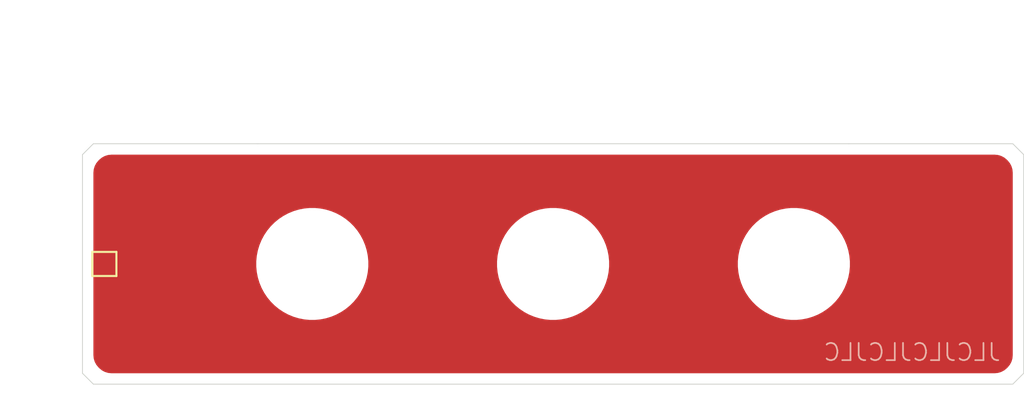
<source format=kicad_pcb>
(kicad_pcb (version 20240108) (generator "pcbnew") (generator_version "8.0")
  (title_block (title "PAS16DB Panel") (date "2024-02-27") (rev "1.0") (company "Lostwave"))
  (layers (0 "F.Cu" power) (31 "B.Cu" power) (34 "B.Paste" user) (35 "F.Paste" user) (36 "B.SilkS" user "B.Silkscreen") (37 "F.SilkS" user "F.Silkscreen") (38 "B.Mask" user) (39 "F.Mask" user) (44 "Edge.Cuts" user))
  (net 0 "")
  (net 1 "GND")
  (footprint "MountingHole:MountingHole_6mm" (layer "F.Cu") (at 93.345 57.785)
    (property "Reference" "H1" (hide yes))
    (property "Value" "MountingHole")
    (pad "" np_thru_hole circle (at 0 0) (size 6 6) (drill 6) (layers "*.Cu" "*.Mask"))
  )
  (footprint "MountingHole:MountingHole_6mm" (layer "F.Cu") (at 107.315 57.785)
    (property "Reference" "H3" (hide yes))
    (property "Value" "MountingHole")
    (pad "" np_thru_hole circle (at 0 0) (size 6 6) (drill 6) (layers "*.Cu" "*.Mask"))
  )
  (footprint "MountingHole:MountingHole_6mm" (layer "F.Cu") (at 79.375 57.785)
    (property "Reference" "H2" (hide yes))
    (property "Value" "MountingHole")
    (pad "" np_thru_hole circle (at 0 0) (size 6 6) (drill 6) (layers "*.Cu" "*.Mask"))
  )
  (footprint "LOGO" (layer "F.Cu") (at 93.345 57.785)
    (property "Reference" "G***" (at 0 0 0) (layer "F.SilkS") (effects (font (size 1.5 1.5) (thickness 0.3))))
    (property "Value" "LOGO" (hide yes))
  )
  (footprint "TestPoint:TestPoint_Pad_1.0x1.0mm" (layer "F.Cu") (at 67.31 57.785)
    (property "Reference" "TP1" (hide yes))
    (property "Value" "TestPoint_Small")
    (fp_line (start -0.7 -0.7) (end 0.7 -0.7) (stroke (width 0.12)) (layer "F.SilkS"))
    (fp_line (start -0.7 0.7) (end -0.7 -0.7) (stroke (width 0.12)) (layer "F.SilkS"))
    (fp_line (start 0.7 -0.7) (end 0.7 0.7) (stroke (width 0.12)) (layer "F.SilkS"))
    (fp_line (start 0.7 0.7) (end -0.7 0.7) (stroke (width 0.12)) (layer "F.SilkS"))
    (pad "1" smd rect (at 0 0) (size 1 1) (layers "F.Cu" "F.Mask") (net 1 "GND"))
  )
  (gr_line (start 120.65 51.435) (end 120.65 64.135) (stroke (width 0.05)) (layer "Edge.Cuts"))
  (gr_line (start 110.49 50.8) (end 120.015 50.8) (stroke (width 0.05)) (layer "Edge.Cuts"))
  (gr_line (start 66.675 50.8) (end 76.2 50.8) (stroke (width 0.05)) (layer "Edge.Cuts"))
  (gr_line (start 76.2 50.8) (end 110.49 50.8) (stroke (width 0.05)) (layer "Edge.Cuts"))
  (gr_line (start 66.675 64.77) (end 66.04 64.135) (stroke (width 0.05)) (layer "Edge.Cuts"))
  (gr_line (start 120.015 50.8) (end 120.65 51.435) (stroke (width 0.05)) (layer "Edge.Cuts"))
  (gr_line (start 66.675 64.77) (end 120.015 64.77) (stroke (width 0.05)) (layer "Edge.Cuts"))
  (gr_line (start 66.04 51.435) (end 66.04 64.135) (stroke (width 0.05)) (layer "Edge.Cuts"))
  (gr_line (start 66.675 50.8) (end 66.04 51.435) (stroke (width 0.05)) (layer "Edge.Cuts"))
  (gr_line (start 120.65 64.135) (end 120.015 64.77) (stroke (width 0.05)) (layer "Edge.Cuts"))
  (gr_text "JLCJLCJLCJLC" (at 119.38 63.5 0) (layer "B.SilkS") (effects (font (size 1 1) (thickness 0.1)) (justify left bottom mirror)))
  (zone (net 1) (net_name "GND") (layer "F.Cu") (connect_pads yes (clearance 0.5)) (min_thickness 0.25) (fill yes (thermal_gap 0.5) (thermal_bridge_width 0.5) (smoothing fillet) (radius 1))
    (polygon (pts (xy 66.675 52.07) (xy 66.675 63.5) (xy 67.31 64.135) (xy 119.38 64.135) (xy 120.015 63.5) (xy 120.015 52.07) (xy 119.38 51.435) (xy 67.31 51.435)))
  )
)
</source>
